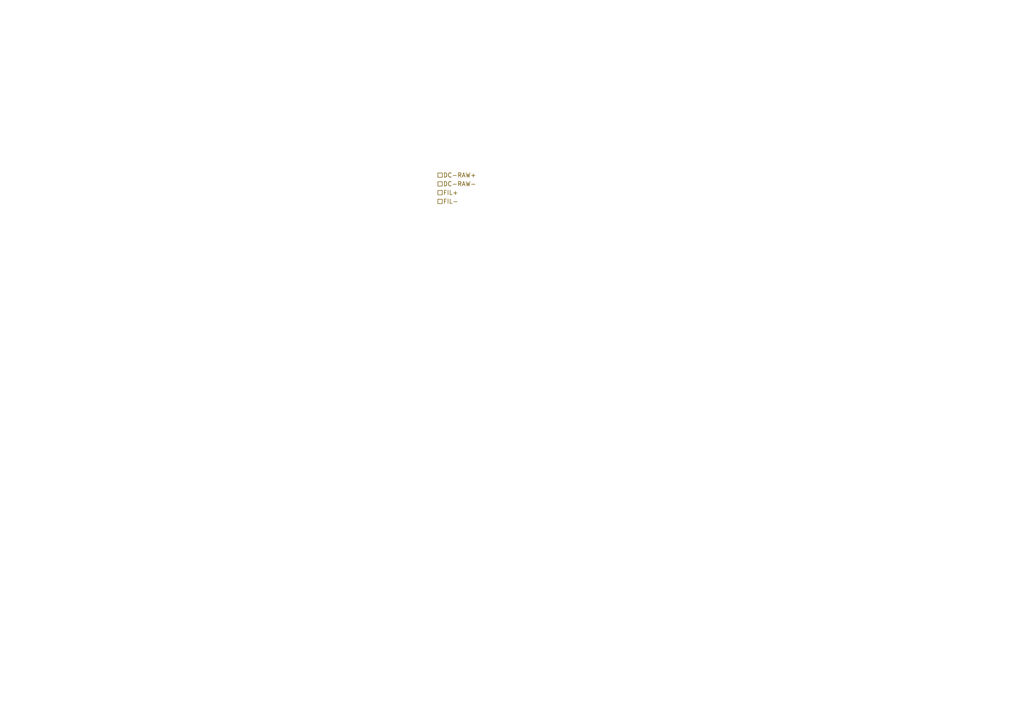
<source format=kicad_sch>
(kicad_sch
	(version 20250114)
	(generator "eeschema")
	(generator_version "9.0")
	(uuid "58f460dc-7276-4452-943b-4678a4a14a12")
	(paper "A4")
	(lib_symbols)
	(hierarchical_label "FIL+"
		(shape passive)
		(at 127 55.88 0)
		(effects
			(font
				(size 1.27 1.27)
			)
			(justify left)
		)
		(uuid "0238be37-a4e6-41fe-ab88-f8b905e4e17d")
	)
	(hierarchical_label "DC-RAW+"
		(shape passive)
		(at 127 50.8 0)
		(effects
			(font
				(size 1.27 1.27)
			)
			(justify left)
		)
		(uuid "06764336-761f-4937-b321-721c566e3f11")
	)
	(hierarchical_label "FIL-"
		(shape passive)
		(at 127 58.42 0)
		(effects
			(font
				(size 1.27 1.27)
			)
			(justify left)
		)
		(uuid "4bf170bd-2ad9-4b54-b3df-26ef6bd0fa46")
	)
	(hierarchical_label "DC-RAW-"
		(shape passive)
		(at 127 53.34 0)
		(effects
			(font
				(size 1.27 1.27)
			)
			(justify left)
		)
		(uuid "4ed47a95-6ccc-4e36-bb88-0c7a06b5067b")
	)
)

</source>
